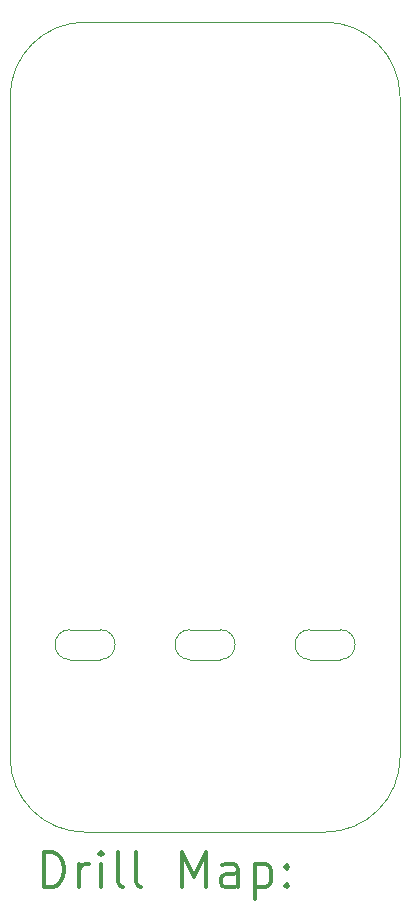
<source format=gbr>
%FSLAX45Y45*%
G04 Gerber Fmt 4.5, Leading zero omitted, Abs format (unit mm)*
G04 Created by KiCad (PCBNEW (5.1.10)-1) date 2021-09-21 19:59:02*
%MOMM*%
%LPD*%
G01*
G04 APERTURE LIST*
%TA.AperFunction,Profile*%
%ADD10C,0.050000*%
%TD*%
%ADD11C,0.200000*%
%ADD12C,0.300000*%
G04 APERTURE END LIST*
D10*
X11811000Y-9588500D02*
G75*
G02*
X11811000Y-9334500I0J127000D01*
G01*
X12065000Y-9334500D02*
G75*
G02*
X12065000Y-9588500I0J-127000D01*
G01*
X12065000Y-9588500D02*
X11811000Y-9588500D01*
X11811000Y-9334500D02*
X12065000Y-9334500D01*
X10033000Y-9334500D02*
G75*
G02*
X10033000Y-9588500I0J-127000D01*
G01*
X9779000Y-9588500D02*
G75*
G02*
X9779000Y-9334500I0J127000D01*
G01*
X9779000Y-9334500D02*
X10033000Y-9334500D01*
X10033000Y-9588500D02*
X9779000Y-9588500D01*
X11049000Y-9588500D02*
X10795000Y-9588500D01*
X10795000Y-9334500D02*
X11049000Y-9334500D01*
X10795000Y-9588500D02*
G75*
G02*
X10795000Y-9334500I0J127000D01*
G01*
X11049000Y-9334500D02*
G75*
G02*
X11049000Y-9588500I0J-127000D01*
G01*
X12573000Y-4826000D02*
X12573000Y-10414000D01*
X9906000Y-4191000D02*
X11938000Y-4191000D01*
X11938000Y-4191000D02*
G75*
G02*
X12573000Y-4826000I0J-635000D01*
G01*
X9271000Y-4826000D02*
G75*
G02*
X9906000Y-4191000I635000J0D01*
G01*
X9271000Y-10414000D02*
X9271000Y-4826000D01*
X9906000Y-11049000D02*
X11938000Y-11049000D01*
X12573000Y-10414000D02*
G75*
G02*
X11938000Y-11049000I-635000J0D01*
G01*
X9906000Y-11049000D02*
G75*
G02*
X9271000Y-10414000I0J635000D01*
G01*
D11*
D12*
X9554928Y-11517214D02*
X9554928Y-11217214D01*
X9626357Y-11217214D01*
X9669214Y-11231500D01*
X9697786Y-11260071D01*
X9712071Y-11288643D01*
X9726357Y-11345786D01*
X9726357Y-11388643D01*
X9712071Y-11445786D01*
X9697786Y-11474357D01*
X9669214Y-11502929D01*
X9626357Y-11517214D01*
X9554928Y-11517214D01*
X9854928Y-11517214D02*
X9854928Y-11317214D01*
X9854928Y-11374357D02*
X9869214Y-11345786D01*
X9883500Y-11331500D01*
X9912071Y-11317214D01*
X9940643Y-11317214D01*
X10040643Y-11517214D02*
X10040643Y-11317214D01*
X10040643Y-11217214D02*
X10026357Y-11231500D01*
X10040643Y-11245786D01*
X10054928Y-11231500D01*
X10040643Y-11217214D01*
X10040643Y-11245786D01*
X10226357Y-11517214D02*
X10197786Y-11502929D01*
X10183500Y-11474357D01*
X10183500Y-11217214D01*
X10383500Y-11517214D02*
X10354928Y-11502929D01*
X10340643Y-11474357D01*
X10340643Y-11217214D01*
X10726357Y-11517214D02*
X10726357Y-11217214D01*
X10826357Y-11431500D01*
X10926357Y-11217214D01*
X10926357Y-11517214D01*
X11197786Y-11517214D02*
X11197786Y-11360071D01*
X11183500Y-11331500D01*
X11154928Y-11317214D01*
X11097786Y-11317214D01*
X11069214Y-11331500D01*
X11197786Y-11502929D02*
X11169214Y-11517214D01*
X11097786Y-11517214D01*
X11069214Y-11502929D01*
X11054928Y-11474357D01*
X11054928Y-11445786D01*
X11069214Y-11417214D01*
X11097786Y-11402929D01*
X11169214Y-11402929D01*
X11197786Y-11388643D01*
X11340643Y-11317214D02*
X11340643Y-11617214D01*
X11340643Y-11331500D02*
X11369214Y-11317214D01*
X11426357Y-11317214D01*
X11454928Y-11331500D01*
X11469214Y-11345786D01*
X11483500Y-11374357D01*
X11483500Y-11460071D01*
X11469214Y-11488643D01*
X11454928Y-11502929D01*
X11426357Y-11517214D01*
X11369214Y-11517214D01*
X11340643Y-11502929D01*
X11612071Y-11488643D02*
X11626357Y-11502929D01*
X11612071Y-11517214D01*
X11597786Y-11502929D01*
X11612071Y-11488643D01*
X11612071Y-11517214D01*
X11612071Y-11331500D02*
X11626357Y-11345786D01*
X11612071Y-11360071D01*
X11597786Y-11345786D01*
X11612071Y-11331500D01*
X11612071Y-11360071D01*
M02*

</source>
